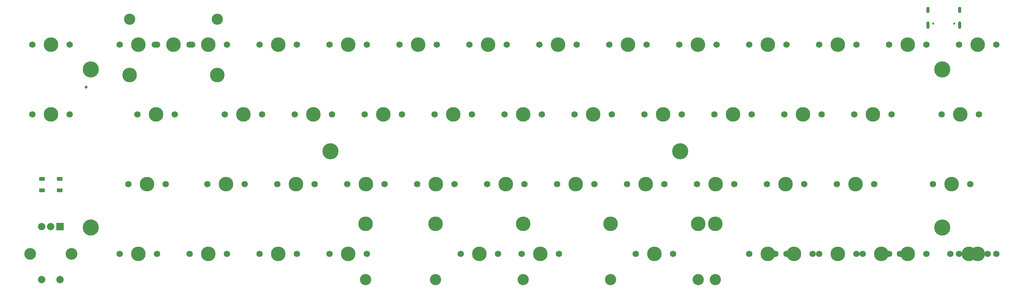
<source format=gbr>
%TF.GenerationSoftware,KiCad,Pcbnew,(5.1.12)-1*%
%TF.CreationDate,2022-01-18T19:21:30-06:00*%
%TF.ProjectId,pcb,7063622e-6b69-4636-9164-5f7063625858,rev?*%
%TF.SameCoordinates,Original*%
%TF.FileFunction,Soldermask,Bot*%
%TF.FilePolarity,Negative*%
%FSLAX46Y46*%
G04 Gerber Fmt 4.6, Leading zero omitted, Abs format (unit mm)*
G04 Created by KiCad (PCBNEW (5.1.12)-1) date 2022-01-18 19:21:30*
%MOMM*%
%LPD*%
G01*
G04 APERTURE LIST*
%ADD10R,1.500000X1.000000*%
%ADD11R,2.000000X2.000000*%
%ADD12C,2.000000*%
%ADD13C,3.200000*%
%ADD14C,3.987800*%
%ADD15C,3.048000*%
%ADD16C,1.750000*%
%ADD17C,4.400000*%
%ADD18C,0.800000*%
%ADD19O,0.900000X2.000000*%
%ADD20O,0.900000X1.700000*%
%ADD21C,0.600000*%
G04 APERTURE END LIST*
D10*
%TO.C,LED1*%
X83730000Y-125400000D03*
X83730000Y-128600000D03*
X78830000Y-125400000D03*
X78830000Y-128600000D03*
%TD*%
D11*
%TO.C,E1*%
X83780000Y-138430000D03*
D12*
X81280000Y-138430000D03*
X78780000Y-138430000D03*
D13*
X86880000Y-145930000D03*
X75680000Y-145930000D03*
D12*
X83780000Y-152930000D03*
X78780000Y-152930000D03*
%TD*%
D14*
%TO.C,MX54*%
X166992300Y-137668000D03*
X262242300Y-137668000D03*
D15*
X166992300Y-152908000D03*
X262242300Y-152908000D03*
D16*
X209537300Y-145923000D03*
X219697300Y-145923000D03*
D14*
X214617300Y-145923000D03*
%TD*%
D16*
%TO.C,MX53*%
X288734500Y-145910300D03*
X278574500Y-145910300D03*
D14*
X283654500Y-145910300D03*
%TD*%
D16*
%TO.C,MX52*%
X312547000Y-145923000D03*
X302387000Y-145923000D03*
D14*
X307467000Y-145923000D03*
%TD*%
D16*
%TO.C,MX51*%
X336423000Y-145923000D03*
X326263000Y-145923000D03*
D14*
X331343000Y-145923000D03*
%TD*%
%TO.C,MX45*%
X186067700Y-137668000D03*
X209943700Y-137668000D03*
D15*
X186067700Y-152908000D03*
X209943700Y-152908000D03*
D16*
X192925700Y-145923000D03*
X203085700Y-145923000D03*
D14*
X198005700Y-145923000D03*
%TD*%
%TO.C,MX44*%
X233692700Y-137668000D03*
X257568700Y-137668000D03*
D15*
X233692700Y-152908000D03*
X257568700Y-152908000D03*
D16*
X240550700Y-145923000D03*
X250710700Y-145923000D03*
D14*
X245630700Y-145923000D03*
%TD*%
D17*
%TO.C,H6*%
X92202000Y-138684000D03*
%TD*%
%TO.C,H5*%
X92202000Y-95504000D03*
%TD*%
%TO.C,H3*%
X252730000Y-117856000D03*
%TD*%
%TO.C,H4*%
X157480000Y-117856000D03*
%TD*%
%TO.C,H2*%
X324104000Y-138684000D03*
%TD*%
%TO.C,H1*%
X324104000Y-95504000D03*
%TD*%
D16*
%TO.C,MX14*%
X76244450Y-88773000D03*
X86404450Y-88773000D03*
D14*
X81324450Y-88773000D03*
%TD*%
D18*
%TO.C,SW1*%
X90854000Y-100330000D03*
%TD*%
D14*
%TO.C,MX50*%
X114661950Y-88773000D03*
D16*
X119741950Y-88773000D03*
X109581950Y-88773000D03*
D15*
X126599950Y-81788000D03*
X102723950Y-81788000D03*
D14*
X126599950Y-97028000D03*
X102723950Y-97028000D03*
%TD*%
%TO.C,MX49*%
X105136950Y-145923000D03*
D16*
X110216950Y-145923000D03*
X100056950Y-145923000D03*
%TD*%
D14*
%TO.C,MX48*%
X124186950Y-145923000D03*
D16*
X129266950Y-145923000D03*
X119106950Y-145923000D03*
%TD*%
D14*
%TO.C,MX47*%
X143236950Y-145923000D03*
D16*
X148316950Y-145923000D03*
X138156950Y-145923000D03*
%TD*%
D14*
%TO.C,MX46*%
X162286950Y-145923000D03*
D16*
X167366950Y-145923000D03*
X157206950Y-145923000D03*
%TD*%
D14*
%TO.C,MX43*%
X276586950Y-145923000D03*
D16*
X281666950Y-145923000D03*
X271506950Y-145923000D03*
%TD*%
D14*
%TO.C,MX42*%
X295636950Y-145923000D03*
D16*
X300716950Y-145923000D03*
X290556950Y-145923000D03*
%TD*%
D14*
%TO.C,MX41*%
X314686950Y-145923000D03*
D16*
X319766950Y-145923000D03*
X309606950Y-145923000D03*
%TD*%
D14*
%TO.C,MX40*%
X333736950Y-145923000D03*
D16*
X338816950Y-145923000D03*
X328656950Y-145923000D03*
%TD*%
D14*
%TO.C,MX39*%
X107518200Y-126873000D03*
D16*
X112598200Y-126873000D03*
X102438200Y-126873000D03*
%TD*%
D14*
%TO.C,MX38*%
X128949450Y-126873000D03*
D16*
X134029450Y-126873000D03*
X123869450Y-126873000D03*
%TD*%
D14*
%TO.C,MX37*%
X147999450Y-126873000D03*
D16*
X153079450Y-126873000D03*
X142919450Y-126873000D03*
%TD*%
D14*
%TO.C,MX36*%
X167049450Y-126873000D03*
D16*
X172129450Y-126873000D03*
X161969450Y-126873000D03*
%TD*%
D14*
%TO.C,MX35*%
X186099450Y-126873000D03*
D16*
X191179450Y-126873000D03*
X181019450Y-126873000D03*
%TD*%
D14*
%TO.C,MX34*%
X205149450Y-126873000D03*
D16*
X210229450Y-126873000D03*
X200069450Y-126873000D03*
%TD*%
D14*
%TO.C,MX33*%
X224199450Y-126873000D03*
D16*
X229279450Y-126873000D03*
X219119450Y-126873000D03*
%TD*%
D14*
%TO.C,MX32*%
X243249450Y-126873000D03*
D16*
X248329450Y-126873000D03*
X238169450Y-126873000D03*
%TD*%
D14*
%TO.C,MX31*%
X262299450Y-126873000D03*
D16*
X267379450Y-126873000D03*
X257219450Y-126873000D03*
%TD*%
D14*
%TO.C,MX30*%
X281349450Y-126873000D03*
D16*
X286429450Y-126873000D03*
X276269450Y-126873000D03*
%TD*%
D14*
%TO.C,MX29*%
X300399450Y-126873000D03*
D16*
X305479450Y-126873000D03*
X295319450Y-126873000D03*
%TD*%
D14*
%TO.C,MX28*%
X326593200Y-126873000D03*
D16*
X331673200Y-126873000D03*
X321513200Y-126873000D03*
%TD*%
%TO.C,MX27*%
X76244450Y-107823000D03*
X86404450Y-107823000D03*
D14*
X81324450Y-107823000D03*
%TD*%
%TO.C,MX26*%
X109899450Y-107823000D03*
D16*
X114979450Y-107823000D03*
X104819450Y-107823000D03*
%TD*%
D14*
%TO.C,MX25*%
X133711950Y-107823000D03*
D16*
X138791950Y-107823000D03*
X128631950Y-107823000D03*
%TD*%
D14*
%TO.C,MX24*%
X152761950Y-107823000D03*
D16*
X157841950Y-107823000D03*
X147681950Y-107823000D03*
%TD*%
D14*
%TO.C,MX23*%
X171811950Y-107823000D03*
D16*
X176891950Y-107823000D03*
X166731950Y-107823000D03*
%TD*%
D14*
%TO.C,MX22*%
X190861950Y-107823000D03*
D16*
X195941950Y-107823000D03*
X185781950Y-107823000D03*
%TD*%
D14*
%TO.C,MX21*%
X209911950Y-107823000D03*
D16*
X214991950Y-107823000D03*
X204831950Y-107823000D03*
%TD*%
D14*
%TO.C,MX20*%
X228961950Y-107823000D03*
D16*
X234041950Y-107823000D03*
X223881950Y-107823000D03*
%TD*%
D14*
%TO.C,MX19*%
X248011950Y-107823000D03*
D16*
X253091950Y-107823000D03*
X242931950Y-107823000D03*
%TD*%
D14*
%TO.C,MX18*%
X267061950Y-107823000D03*
D16*
X272141950Y-107823000D03*
X261981950Y-107823000D03*
%TD*%
D14*
%TO.C,MX17*%
X286111950Y-107823000D03*
D16*
X291191950Y-107823000D03*
X281031950Y-107823000D03*
%TD*%
D14*
%TO.C,MX16*%
X305161950Y-107823000D03*
D16*
X310241950Y-107823000D03*
X300081950Y-107823000D03*
%TD*%
D14*
%TO.C,MX15*%
X328974450Y-107823000D03*
D16*
X334054450Y-107823000D03*
X323894450Y-107823000D03*
%TD*%
D14*
%TO.C,MX13*%
X105136950Y-88773000D03*
D16*
X110216950Y-88773000D03*
X100056950Y-88773000D03*
%TD*%
D14*
%TO.C,MX12*%
X124186950Y-88773000D03*
D16*
X129266950Y-88773000D03*
X119106950Y-88773000D03*
%TD*%
D14*
%TO.C,MX11*%
X143236950Y-88773000D03*
D16*
X148316950Y-88773000D03*
X138156950Y-88773000D03*
%TD*%
D14*
%TO.C,MX10*%
X162286950Y-88773000D03*
D16*
X167366950Y-88773000D03*
X157206950Y-88773000D03*
%TD*%
D14*
%TO.C,MX9*%
X181336950Y-88773000D03*
D16*
X186416950Y-88773000D03*
X176256950Y-88773000D03*
%TD*%
D14*
%TO.C,MX8*%
X200386950Y-88773000D03*
D16*
X205466950Y-88773000D03*
X195306950Y-88773000D03*
%TD*%
D14*
%TO.C,MX7*%
X219436950Y-88773000D03*
D16*
X224516950Y-88773000D03*
X214356950Y-88773000D03*
%TD*%
D14*
%TO.C,MX6*%
X238486950Y-88773000D03*
D16*
X243566950Y-88773000D03*
X233406950Y-88773000D03*
%TD*%
D14*
%TO.C,MX5*%
X257536950Y-88773000D03*
D16*
X262616950Y-88773000D03*
X252456950Y-88773000D03*
%TD*%
D14*
%TO.C,MX4*%
X276586950Y-88773000D03*
D16*
X281666950Y-88773000D03*
X271506950Y-88773000D03*
%TD*%
D14*
%TO.C,MX3*%
X295636950Y-88773000D03*
D16*
X300716950Y-88773000D03*
X290556950Y-88773000D03*
%TD*%
D14*
%TO.C,MX2*%
X314686950Y-88773000D03*
D16*
X319766950Y-88773000D03*
X309606950Y-88773000D03*
%TD*%
D14*
%TO.C,MX1*%
X333736950Y-88773000D03*
D16*
X338816950Y-88773000D03*
X328656950Y-88773000D03*
%TD*%
D19*
%TO.C,J1*%
X328832400Y-83473880D03*
X320192400Y-83473880D03*
D20*
X328832400Y-79303880D03*
X320192400Y-79303880D03*
D21*
X321622400Y-82993880D03*
X327402400Y-82993880D03*
%TD*%
M02*

</source>
